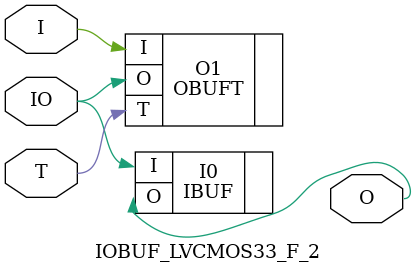
<source format=v>


`timescale  1 ps / 1 ps


module IOBUF_LVCMOS33_F_2 (O, IO, I, T);

    output O;

    inout  IO;

    input  I, T;

        OBUFT #(.IOSTANDARD("LVCMOS33"), .SLEW("FAST"), .DRIVE(2)) O1 (.O(IO), .I(I), .T(T)); 
	IBUF #(.IOSTANDARD("LVCMOS33"))  I0 (.O(O), .I(IO));
        

endmodule



</source>
